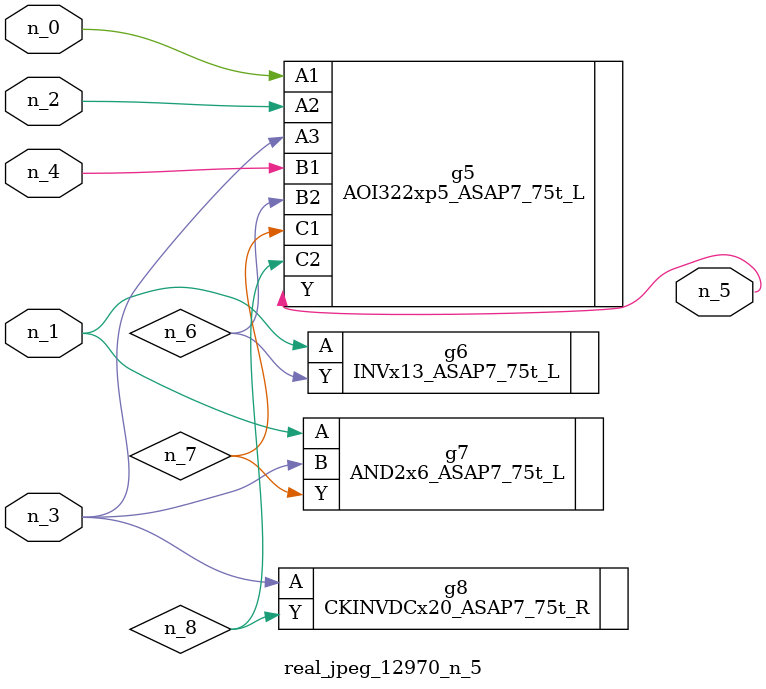
<source format=v>
module real_jpeg_12970_n_5 (n_4, n_0, n_1, n_2, n_3, n_5);

input n_4;
input n_0;
input n_1;
input n_2;
input n_3;

output n_5;

wire n_8;
wire n_6;
wire n_7;

AOI322xp5_ASAP7_75t_L g5 ( 
.A1(n_0),
.A2(n_2),
.A3(n_3),
.B1(n_4),
.B2(n_6),
.C1(n_7),
.C2(n_8),
.Y(n_5)
);

INVx13_ASAP7_75t_L g6 ( 
.A(n_1),
.Y(n_6)
);

AND2x6_ASAP7_75t_L g7 ( 
.A(n_1),
.B(n_3),
.Y(n_7)
);

CKINVDCx20_ASAP7_75t_R g8 ( 
.A(n_3),
.Y(n_8)
);


endmodule
</source>
